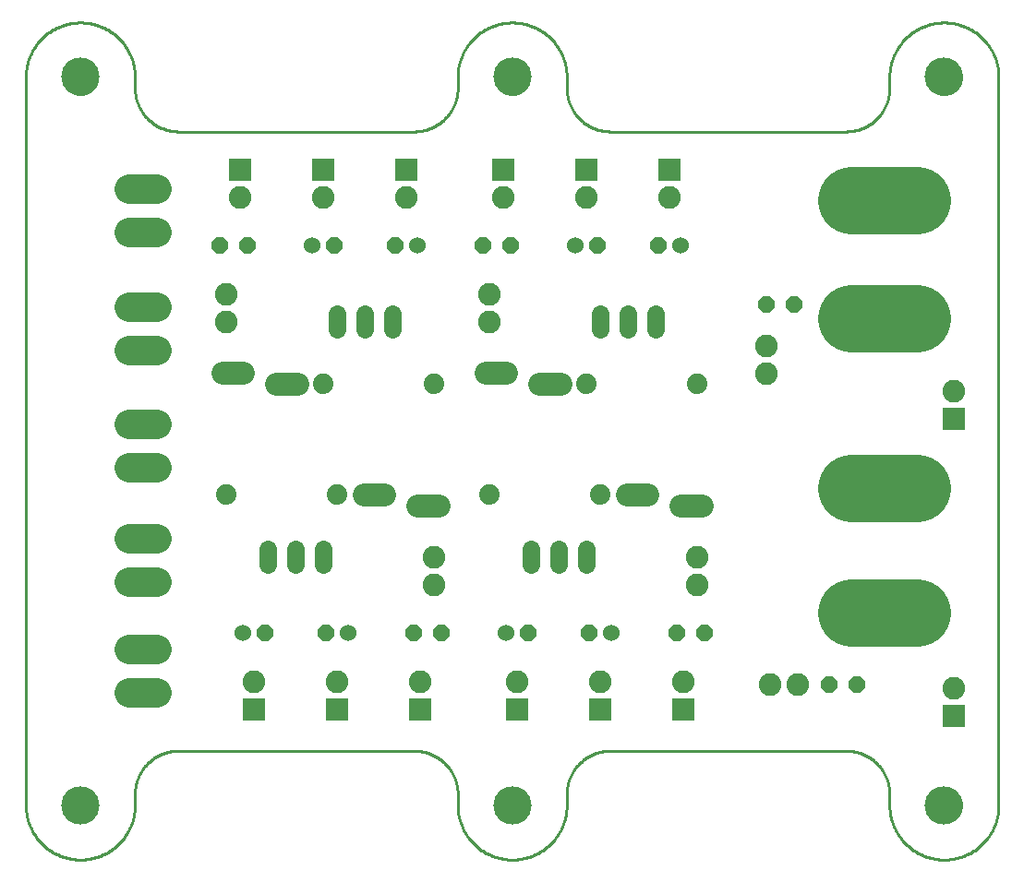
<source format=gts>
G75*
%MOIN*%
%OFA0B0*%
%FSLAX25Y25*%
%IPPOS*%
%LPD*%
%AMOC8*
5,1,8,0,0,1.08239X$1,22.5*
%
%ADD10C,0.00000*%
%ADD11C,0.13792*%
%ADD12C,0.01000*%
%ADD13R,0.08200X0.08200*%
%ADD14C,0.08200*%
%ADD15C,0.06400*%
%ADD16OC8,0.06000*%
%ADD17C,0.06000*%
%ADD18C,0.07400*%
%ADD19C,0.08400*%
%ADD20C,0.24422*%
%ADD21C,0.10800*%
D10*
X0027057Y0029165D02*
X0027059Y0029326D01*
X0027065Y0029486D01*
X0027075Y0029647D01*
X0027089Y0029807D01*
X0027107Y0029966D01*
X0027128Y0030126D01*
X0027154Y0030284D01*
X0027184Y0030442D01*
X0027217Y0030599D01*
X0027255Y0030756D01*
X0027296Y0030911D01*
X0027341Y0031065D01*
X0027390Y0031218D01*
X0027443Y0031370D01*
X0027499Y0031520D01*
X0027559Y0031669D01*
X0027623Y0031817D01*
X0027690Y0031963D01*
X0027761Y0032107D01*
X0027836Y0032249D01*
X0027914Y0032390D01*
X0027995Y0032528D01*
X0028080Y0032665D01*
X0028169Y0032799D01*
X0028260Y0032931D01*
X0028355Y0033061D01*
X0028453Y0033188D01*
X0028554Y0033313D01*
X0028658Y0033436D01*
X0028765Y0033555D01*
X0028875Y0033672D01*
X0028988Y0033787D01*
X0029104Y0033898D01*
X0029222Y0034007D01*
X0029343Y0034112D01*
X0029467Y0034215D01*
X0029593Y0034315D01*
X0029722Y0034411D01*
X0029853Y0034504D01*
X0029986Y0034594D01*
X0030121Y0034681D01*
X0030259Y0034764D01*
X0030398Y0034843D01*
X0030540Y0034920D01*
X0030683Y0034993D01*
X0030828Y0035062D01*
X0030975Y0035127D01*
X0031123Y0035189D01*
X0031273Y0035248D01*
X0031424Y0035302D01*
X0031576Y0035353D01*
X0031730Y0035400D01*
X0031885Y0035443D01*
X0032040Y0035482D01*
X0032197Y0035518D01*
X0032355Y0035550D01*
X0032513Y0035577D01*
X0032672Y0035601D01*
X0032831Y0035621D01*
X0032991Y0035637D01*
X0033152Y0035649D01*
X0033312Y0035657D01*
X0033473Y0035661D01*
X0033633Y0035661D01*
X0033794Y0035657D01*
X0033954Y0035649D01*
X0034115Y0035637D01*
X0034275Y0035621D01*
X0034434Y0035601D01*
X0034593Y0035577D01*
X0034751Y0035550D01*
X0034909Y0035518D01*
X0035066Y0035482D01*
X0035221Y0035443D01*
X0035376Y0035400D01*
X0035530Y0035353D01*
X0035682Y0035302D01*
X0035833Y0035248D01*
X0035983Y0035189D01*
X0036131Y0035127D01*
X0036278Y0035062D01*
X0036423Y0034993D01*
X0036566Y0034920D01*
X0036708Y0034843D01*
X0036847Y0034764D01*
X0036985Y0034681D01*
X0037120Y0034594D01*
X0037253Y0034504D01*
X0037384Y0034411D01*
X0037513Y0034315D01*
X0037639Y0034215D01*
X0037763Y0034112D01*
X0037884Y0034007D01*
X0038002Y0033898D01*
X0038118Y0033787D01*
X0038231Y0033672D01*
X0038341Y0033555D01*
X0038448Y0033436D01*
X0038552Y0033313D01*
X0038653Y0033188D01*
X0038751Y0033061D01*
X0038846Y0032931D01*
X0038937Y0032799D01*
X0039026Y0032665D01*
X0039111Y0032528D01*
X0039192Y0032390D01*
X0039270Y0032249D01*
X0039345Y0032107D01*
X0039416Y0031963D01*
X0039483Y0031817D01*
X0039547Y0031669D01*
X0039607Y0031520D01*
X0039663Y0031370D01*
X0039716Y0031218D01*
X0039765Y0031065D01*
X0039810Y0030911D01*
X0039851Y0030756D01*
X0039889Y0030599D01*
X0039922Y0030442D01*
X0039952Y0030284D01*
X0039978Y0030126D01*
X0039999Y0029966D01*
X0040017Y0029807D01*
X0040031Y0029647D01*
X0040041Y0029486D01*
X0040047Y0029326D01*
X0040049Y0029165D01*
X0040047Y0029004D01*
X0040041Y0028844D01*
X0040031Y0028683D01*
X0040017Y0028523D01*
X0039999Y0028364D01*
X0039978Y0028204D01*
X0039952Y0028046D01*
X0039922Y0027888D01*
X0039889Y0027731D01*
X0039851Y0027574D01*
X0039810Y0027419D01*
X0039765Y0027265D01*
X0039716Y0027112D01*
X0039663Y0026960D01*
X0039607Y0026810D01*
X0039547Y0026661D01*
X0039483Y0026513D01*
X0039416Y0026367D01*
X0039345Y0026223D01*
X0039270Y0026081D01*
X0039192Y0025940D01*
X0039111Y0025802D01*
X0039026Y0025665D01*
X0038937Y0025531D01*
X0038846Y0025399D01*
X0038751Y0025269D01*
X0038653Y0025142D01*
X0038552Y0025017D01*
X0038448Y0024894D01*
X0038341Y0024775D01*
X0038231Y0024658D01*
X0038118Y0024543D01*
X0038002Y0024432D01*
X0037884Y0024323D01*
X0037763Y0024218D01*
X0037639Y0024115D01*
X0037513Y0024015D01*
X0037384Y0023919D01*
X0037253Y0023826D01*
X0037120Y0023736D01*
X0036985Y0023649D01*
X0036847Y0023566D01*
X0036708Y0023487D01*
X0036566Y0023410D01*
X0036423Y0023337D01*
X0036278Y0023268D01*
X0036131Y0023203D01*
X0035983Y0023141D01*
X0035833Y0023082D01*
X0035682Y0023028D01*
X0035530Y0022977D01*
X0035376Y0022930D01*
X0035221Y0022887D01*
X0035066Y0022848D01*
X0034909Y0022812D01*
X0034751Y0022780D01*
X0034593Y0022753D01*
X0034434Y0022729D01*
X0034275Y0022709D01*
X0034115Y0022693D01*
X0033954Y0022681D01*
X0033794Y0022673D01*
X0033633Y0022669D01*
X0033473Y0022669D01*
X0033312Y0022673D01*
X0033152Y0022681D01*
X0032991Y0022693D01*
X0032831Y0022709D01*
X0032672Y0022729D01*
X0032513Y0022753D01*
X0032355Y0022780D01*
X0032197Y0022812D01*
X0032040Y0022848D01*
X0031885Y0022887D01*
X0031730Y0022930D01*
X0031576Y0022977D01*
X0031424Y0023028D01*
X0031273Y0023082D01*
X0031123Y0023141D01*
X0030975Y0023203D01*
X0030828Y0023268D01*
X0030683Y0023337D01*
X0030540Y0023410D01*
X0030398Y0023487D01*
X0030259Y0023566D01*
X0030121Y0023649D01*
X0029986Y0023736D01*
X0029853Y0023826D01*
X0029722Y0023919D01*
X0029593Y0024015D01*
X0029467Y0024115D01*
X0029343Y0024218D01*
X0029222Y0024323D01*
X0029104Y0024432D01*
X0028988Y0024543D01*
X0028875Y0024658D01*
X0028765Y0024775D01*
X0028658Y0024894D01*
X0028554Y0025017D01*
X0028453Y0025142D01*
X0028355Y0025269D01*
X0028260Y0025399D01*
X0028169Y0025531D01*
X0028080Y0025665D01*
X0027995Y0025802D01*
X0027914Y0025940D01*
X0027836Y0026081D01*
X0027761Y0026223D01*
X0027690Y0026367D01*
X0027623Y0026513D01*
X0027559Y0026661D01*
X0027499Y0026810D01*
X0027443Y0026960D01*
X0027390Y0027112D01*
X0027341Y0027265D01*
X0027296Y0027419D01*
X0027255Y0027574D01*
X0027217Y0027731D01*
X0027184Y0027888D01*
X0027154Y0028046D01*
X0027128Y0028204D01*
X0027107Y0028364D01*
X0027089Y0028523D01*
X0027075Y0028683D01*
X0027065Y0028844D01*
X0027059Y0029004D01*
X0027057Y0029165D01*
X0182959Y0029165D02*
X0182961Y0029326D01*
X0182967Y0029486D01*
X0182977Y0029647D01*
X0182991Y0029807D01*
X0183009Y0029966D01*
X0183030Y0030126D01*
X0183056Y0030284D01*
X0183086Y0030442D01*
X0183119Y0030599D01*
X0183157Y0030756D01*
X0183198Y0030911D01*
X0183243Y0031065D01*
X0183292Y0031218D01*
X0183345Y0031370D01*
X0183401Y0031520D01*
X0183461Y0031669D01*
X0183525Y0031817D01*
X0183592Y0031963D01*
X0183663Y0032107D01*
X0183738Y0032249D01*
X0183816Y0032390D01*
X0183897Y0032528D01*
X0183982Y0032665D01*
X0184071Y0032799D01*
X0184162Y0032931D01*
X0184257Y0033061D01*
X0184355Y0033188D01*
X0184456Y0033313D01*
X0184560Y0033436D01*
X0184667Y0033555D01*
X0184777Y0033672D01*
X0184890Y0033787D01*
X0185006Y0033898D01*
X0185124Y0034007D01*
X0185245Y0034112D01*
X0185369Y0034215D01*
X0185495Y0034315D01*
X0185624Y0034411D01*
X0185755Y0034504D01*
X0185888Y0034594D01*
X0186023Y0034681D01*
X0186161Y0034764D01*
X0186300Y0034843D01*
X0186442Y0034920D01*
X0186585Y0034993D01*
X0186730Y0035062D01*
X0186877Y0035127D01*
X0187025Y0035189D01*
X0187175Y0035248D01*
X0187326Y0035302D01*
X0187478Y0035353D01*
X0187632Y0035400D01*
X0187787Y0035443D01*
X0187942Y0035482D01*
X0188099Y0035518D01*
X0188257Y0035550D01*
X0188415Y0035577D01*
X0188574Y0035601D01*
X0188733Y0035621D01*
X0188893Y0035637D01*
X0189054Y0035649D01*
X0189214Y0035657D01*
X0189375Y0035661D01*
X0189535Y0035661D01*
X0189696Y0035657D01*
X0189856Y0035649D01*
X0190017Y0035637D01*
X0190177Y0035621D01*
X0190336Y0035601D01*
X0190495Y0035577D01*
X0190653Y0035550D01*
X0190811Y0035518D01*
X0190968Y0035482D01*
X0191123Y0035443D01*
X0191278Y0035400D01*
X0191432Y0035353D01*
X0191584Y0035302D01*
X0191735Y0035248D01*
X0191885Y0035189D01*
X0192033Y0035127D01*
X0192180Y0035062D01*
X0192325Y0034993D01*
X0192468Y0034920D01*
X0192610Y0034843D01*
X0192749Y0034764D01*
X0192887Y0034681D01*
X0193022Y0034594D01*
X0193155Y0034504D01*
X0193286Y0034411D01*
X0193415Y0034315D01*
X0193541Y0034215D01*
X0193665Y0034112D01*
X0193786Y0034007D01*
X0193904Y0033898D01*
X0194020Y0033787D01*
X0194133Y0033672D01*
X0194243Y0033555D01*
X0194350Y0033436D01*
X0194454Y0033313D01*
X0194555Y0033188D01*
X0194653Y0033061D01*
X0194748Y0032931D01*
X0194839Y0032799D01*
X0194928Y0032665D01*
X0195013Y0032528D01*
X0195094Y0032390D01*
X0195172Y0032249D01*
X0195247Y0032107D01*
X0195318Y0031963D01*
X0195385Y0031817D01*
X0195449Y0031669D01*
X0195509Y0031520D01*
X0195565Y0031370D01*
X0195618Y0031218D01*
X0195667Y0031065D01*
X0195712Y0030911D01*
X0195753Y0030756D01*
X0195791Y0030599D01*
X0195824Y0030442D01*
X0195854Y0030284D01*
X0195880Y0030126D01*
X0195901Y0029966D01*
X0195919Y0029807D01*
X0195933Y0029647D01*
X0195943Y0029486D01*
X0195949Y0029326D01*
X0195951Y0029165D01*
X0195949Y0029004D01*
X0195943Y0028844D01*
X0195933Y0028683D01*
X0195919Y0028523D01*
X0195901Y0028364D01*
X0195880Y0028204D01*
X0195854Y0028046D01*
X0195824Y0027888D01*
X0195791Y0027731D01*
X0195753Y0027574D01*
X0195712Y0027419D01*
X0195667Y0027265D01*
X0195618Y0027112D01*
X0195565Y0026960D01*
X0195509Y0026810D01*
X0195449Y0026661D01*
X0195385Y0026513D01*
X0195318Y0026367D01*
X0195247Y0026223D01*
X0195172Y0026081D01*
X0195094Y0025940D01*
X0195013Y0025802D01*
X0194928Y0025665D01*
X0194839Y0025531D01*
X0194748Y0025399D01*
X0194653Y0025269D01*
X0194555Y0025142D01*
X0194454Y0025017D01*
X0194350Y0024894D01*
X0194243Y0024775D01*
X0194133Y0024658D01*
X0194020Y0024543D01*
X0193904Y0024432D01*
X0193786Y0024323D01*
X0193665Y0024218D01*
X0193541Y0024115D01*
X0193415Y0024015D01*
X0193286Y0023919D01*
X0193155Y0023826D01*
X0193022Y0023736D01*
X0192887Y0023649D01*
X0192749Y0023566D01*
X0192610Y0023487D01*
X0192468Y0023410D01*
X0192325Y0023337D01*
X0192180Y0023268D01*
X0192033Y0023203D01*
X0191885Y0023141D01*
X0191735Y0023082D01*
X0191584Y0023028D01*
X0191432Y0022977D01*
X0191278Y0022930D01*
X0191123Y0022887D01*
X0190968Y0022848D01*
X0190811Y0022812D01*
X0190653Y0022780D01*
X0190495Y0022753D01*
X0190336Y0022729D01*
X0190177Y0022709D01*
X0190017Y0022693D01*
X0189856Y0022681D01*
X0189696Y0022673D01*
X0189535Y0022669D01*
X0189375Y0022669D01*
X0189214Y0022673D01*
X0189054Y0022681D01*
X0188893Y0022693D01*
X0188733Y0022709D01*
X0188574Y0022729D01*
X0188415Y0022753D01*
X0188257Y0022780D01*
X0188099Y0022812D01*
X0187942Y0022848D01*
X0187787Y0022887D01*
X0187632Y0022930D01*
X0187478Y0022977D01*
X0187326Y0023028D01*
X0187175Y0023082D01*
X0187025Y0023141D01*
X0186877Y0023203D01*
X0186730Y0023268D01*
X0186585Y0023337D01*
X0186442Y0023410D01*
X0186300Y0023487D01*
X0186161Y0023566D01*
X0186023Y0023649D01*
X0185888Y0023736D01*
X0185755Y0023826D01*
X0185624Y0023919D01*
X0185495Y0024015D01*
X0185369Y0024115D01*
X0185245Y0024218D01*
X0185124Y0024323D01*
X0185006Y0024432D01*
X0184890Y0024543D01*
X0184777Y0024658D01*
X0184667Y0024775D01*
X0184560Y0024894D01*
X0184456Y0025017D01*
X0184355Y0025142D01*
X0184257Y0025269D01*
X0184162Y0025399D01*
X0184071Y0025531D01*
X0183982Y0025665D01*
X0183897Y0025802D01*
X0183816Y0025940D01*
X0183738Y0026081D01*
X0183663Y0026223D01*
X0183592Y0026367D01*
X0183525Y0026513D01*
X0183461Y0026661D01*
X0183401Y0026810D01*
X0183345Y0026960D01*
X0183292Y0027112D01*
X0183243Y0027265D01*
X0183198Y0027419D01*
X0183157Y0027574D01*
X0183119Y0027731D01*
X0183086Y0027888D01*
X0183056Y0028046D01*
X0183030Y0028204D01*
X0183009Y0028364D01*
X0182991Y0028523D01*
X0182977Y0028683D01*
X0182967Y0028844D01*
X0182961Y0029004D01*
X0182959Y0029165D01*
X0338860Y0029165D02*
X0338862Y0029326D01*
X0338868Y0029486D01*
X0338878Y0029647D01*
X0338892Y0029807D01*
X0338910Y0029966D01*
X0338931Y0030126D01*
X0338957Y0030284D01*
X0338987Y0030442D01*
X0339020Y0030599D01*
X0339058Y0030756D01*
X0339099Y0030911D01*
X0339144Y0031065D01*
X0339193Y0031218D01*
X0339246Y0031370D01*
X0339302Y0031520D01*
X0339362Y0031669D01*
X0339426Y0031817D01*
X0339493Y0031963D01*
X0339564Y0032107D01*
X0339639Y0032249D01*
X0339717Y0032390D01*
X0339798Y0032528D01*
X0339883Y0032665D01*
X0339972Y0032799D01*
X0340063Y0032931D01*
X0340158Y0033061D01*
X0340256Y0033188D01*
X0340357Y0033313D01*
X0340461Y0033436D01*
X0340568Y0033555D01*
X0340678Y0033672D01*
X0340791Y0033787D01*
X0340907Y0033898D01*
X0341025Y0034007D01*
X0341146Y0034112D01*
X0341270Y0034215D01*
X0341396Y0034315D01*
X0341525Y0034411D01*
X0341656Y0034504D01*
X0341789Y0034594D01*
X0341924Y0034681D01*
X0342062Y0034764D01*
X0342201Y0034843D01*
X0342343Y0034920D01*
X0342486Y0034993D01*
X0342631Y0035062D01*
X0342778Y0035127D01*
X0342926Y0035189D01*
X0343076Y0035248D01*
X0343227Y0035302D01*
X0343379Y0035353D01*
X0343533Y0035400D01*
X0343688Y0035443D01*
X0343843Y0035482D01*
X0344000Y0035518D01*
X0344158Y0035550D01*
X0344316Y0035577D01*
X0344475Y0035601D01*
X0344634Y0035621D01*
X0344794Y0035637D01*
X0344955Y0035649D01*
X0345115Y0035657D01*
X0345276Y0035661D01*
X0345436Y0035661D01*
X0345597Y0035657D01*
X0345757Y0035649D01*
X0345918Y0035637D01*
X0346078Y0035621D01*
X0346237Y0035601D01*
X0346396Y0035577D01*
X0346554Y0035550D01*
X0346712Y0035518D01*
X0346869Y0035482D01*
X0347024Y0035443D01*
X0347179Y0035400D01*
X0347333Y0035353D01*
X0347485Y0035302D01*
X0347636Y0035248D01*
X0347786Y0035189D01*
X0347934Y0035127D01*
X0348081Y0035062D01*
X0348226Y0034993D01*
X0348369Y0034920D01*
X0348511Y0034843D01*
X0348650Y0034764D01*
X0348788Y0034681D01*
X0348923Y0034594D01*
X0349056Y0034504D01*
X0349187Y0034411D01*
X0349316Y0034315D01*
X0349442Y0034215D01*
X0349566Y0034112D01*
X0349687Y0034007D01*
X0349805Y0033898D01*
X0349921Y0033787D01*
X0350034Y0033672D01*
X0350144Y0033555D01*
X0350251Y0033436D01*
X0350355Y0033313D01*
X0350456Y0033188D01*
X0350554Y0033061D01*
X0350649Y0032931D01*
X0350740Y0032799D01*
X0350829Y0032665D01*
X0350914Y0032528D01*
X0350995Y0032390D01*
X0351073Y0032249D01*
X0351148Y0032107D01*
X0351219Y0031963D01*
X0351286Y0031817D01*
X0351350Y0031669D01*
X0351410Y0031520D01*
X0351466Y0031370D01*
X0351519Y0031218D01*
X0351568Y0031065D01*
X0351613Y0030911D01*
X0351654Y0030756D01*
X0351692Y0030599D01*
X0351725Y0030442D01*
X0351755Y0030284D01*
X0351781Y0030126D01*
X0351802Y0029966D01*
X0351820Y0029807D01*
X0351834Y0029647D01*
X0351844Y0029486D01*
X0351850Y0029326D01*
X0351852Y0029165D01*
X0351850Y0029004D01*
X0351844Y0028844D01*
X0351834Y0028683D01*
X0351820Y0028523D01*
X0351802Y0028364D01*
X0351781Y0028204D01*
X0351755Y0028046D01*
X0351725Y0027888D01*
X0351692Y0027731D01*
X0351654Y0027574D01*
X0351613Y0027419D01*
X0351568Y0027265D01*
X0351519Y0027112D01*
X0351466Y0026960D01*
X0351410Y0026810D01*
X0351350Y0026661D01*
X0351286Y0026513D01*
X0351219Y0026367D01*
X0351148Y0026223D01*
X0351073Y0026081D01*
X0350995Y0025940D01*
X0350914Y0025802D01*
X0350829Y0025665D01*
X0350740Y0025531D01*
X0350649Y0025399D01*
X0350554Y0025269D01*
X0350456Y0025142D01*
X0350355Y0025017D01*
X0350251Y0024894D01*
X0350144Y0024775D01*
X0350034Y0024658D01*
X0349921Y0024543D01*
X0349805Y0024432D01*
X0349687Y0024323D01*
X0349566Y0024218D01*
X0349442Y0024115D01*
X0349316Y0024015D01*
X0349187Y0023919D01*
X0349056Y0023826D01*
X0348923Y0023736D01*
X0348788Y0023649D01*
X0348650Y0023566D01*
X0348511Y0023487D01*
X0348369Y0023410D01*
X0348226Y0023337D01*
X0348081Y0023268D01*
X0347934Y0023203D01*
X0347786Y0023141D01*
X0347636Y0023082D01*
X0347485Y0023028D01*
X0347333Y0022977D01*
X0347179Y0022930D01*
X0347024Y0022887D01*
X0346869Y0022848D01*
X0346712Y0022812D01*
X0346554Y0022780D01*
X0346396Y0022753D01*
X0346237Y0022729D01*
X0346078Y0022709D01*
X0345918Y0022693D01*
X0345757Y0022681D01*
X0345597Y0022673D01*
X0345436Y0022669D01*
X0345276Y0022669D01*
X0345115Y0022673D01*
X0344955Y0022681D01*
X0344794Y0022693D01*
X0344634Y0022709D01*
X0344475Y0022729D01*
X0344316Y0022753D01*
X0344158Y0022780D01*
X0344000Y0022812D01*
X0343843Y0022848D01*
X0343688Y0022887D01*
X0343533Y0022930D01*
X0343379Y0022977D01*
X0343227Y0023028D01*
X0343076Y0023082D01*
X0342926Y0023141D01*
X0342778Y0023203D01*
X0342631Y0023268D01*
X0342486Y0023337D01*
X0342343Y0023410D01*
X0342201Y0023487D01*
X0342062Y0023566D01*
X0341924Y0023649D01*
X0341789Y0023736D01*
X0341656Y0023826D01*
X0341525Y0023919D01*
X0341396Y0024015D01*
X0341270Y0024115D01*
X0341146Y0024218D01*
X0341025Y0024323D01*
X0340907Y0024432D01*
X0340791Y0024543D01*
X0340678Y0024658D01*
X0340568Y0024775D01*
X0340461Y0024894D01*
X0340357Y0025017D01*
X0340256Y0025142D01*
X0340158Y0025269D01*
X0340063Y0025399D01*
X0339972Y0025531D01*
X0339883Y0025665D01*
X0339798Y0025802D01*
X0339717Y0025940D01*
X0339639Y0026081D01*
X0339564Y0026223D01*
X0339493Y0026367D01*
X0339426Y0026513D01*
X0339362Y0026661D01*
X0339302Y0026810D01*
X0339246Y0026960D01*
X0339193Y0027112D01*
X0339144Y0027265D01*
X0339099Y0027419D01*
X0339058Y0027574D01*
X0339020Y0027731D01*
X0338987Y0027888D01*
X0338957Y0028046D01*
X0338931Y0028204D01*
X0338910Y0028364D01*
X0338892Y0028523D01*
X0338878Y0028683D01*
X0338868Y0028844D01*
X0338862Y0029004D01*
X0338860Y0029165D01*
X0338860Y0292236D02*
X0338862Y0292397D01*
X0338868Y0292557D01*
X0338878Y0292718D01*
X0338892Y0292878D01*
X0338910Y0293037D01*
X0338931Y0293197D01*
X0338957Y0293355D01*
X0338987Y0293513D01*
X0339020Y0293670D01*
X0339058Y0293827D01*
X0339099Y0293982D01*
X0339144Y0294136D01*
X0339193Y0294289D01*
X0339246Y0294441D01*
X0339302Y0294591D01*
X0339362Y0294740D01*
X0339426Y0294888D01*
X0339493Y0295034D01*
X0339564Y0295178D01*
X0339639Y0295320D01*
X0339717Y0295461D01*
X0339798Y0295599D01*
X0339883Y0295736D01*
X0339972Y0295870D01*
X0340063Y0296002D01*
X0340158Y0296132D01*
X0340256Y0296259D01*
X0340357Y0296384D01*
X0340461Y0296507D01*
X0340568Y0296626D01*
X0340678Y0296743D01*
X0340791Y0296858D01*
X0340907Y0296969D01*
X0341025Y0297078D01*
X0341146Y0297183D01*
X0341270Y0297286D01*
X0341396Y0297386D01*
X0341525Y0297482D01*
X0341656Y0297575D01*
X0341789Y0297665D01*
X0341924Y0297752D01*
X0342062Y0297835D01*
X0342201Y0297914D01*
X0342343Y0297991D01*
X0342486Y0298064D01*
X0342631Y0298133D01*
X0342778Y0298198D01*
X0342926Y0298260D01*
X0343076Y0298319D01*
X0343227Y0298373D01*
X0343379Y0298424D01*
X0343533Y0298471D01*
X0343688Y0298514D01*
X0343843Y0298553D01*
X0344000Y0298589D01*
X0344158Y0298621D01*
X0344316Y0298648D01*
X0344475Y0298672D01*
X0344634Y0298692D01*
X0344794Y0298708D01*
X0344955Y0298720D01*
X0345115Y0298728D01*
X0345276Y0298732D01*
X0345436Y0298732D01*
X0345597Y0298728D01*
X0345757Y0298720D01*
X0345918Y0298708D01*
X0346078Y0298692D01*
X0346237Y0298672D01*
X0346396Y0298648D01*
X0346554Y0298621D01*
X0346712Y0298589D01*
X0346869Y0298553D01*
X0347024Y0298514D01*
X0347179Y0298471D01*
X0347333Y0298424D01*
X0347485Y0298373D01*
X0347636Y0298319D01*
X0347786Y0298260D01*
X0347934Y0298198D01*
X0348081Y0298133D01*
X0348226Y0298064D01*
X0348369Y0297991D01*
X0348511Y0297914D01*
X0348650Y0297835D01*
X0348788Y0297752D01*
X0348923Y0297665D01*
X0349056Y0297575D01*
X0349187Y0297482D01*
X0349316Y0297386D01*
X0349442Y0297286D01*
X0349566Y0297183D01*
X0349687Y0297078D01*
X0349805Y0296969D01*
X0349921Y0296858D01*
X0350034Y0296743D01*
X0350144Y0296626D01*
X0350251Y0296507D01*
X0350355Y0296384D01*
X0350456Y0296259D01*
X0350554Y0296132D01*
X0350649Y0296002D01*
X0350740Y0295870D01*
X0350829Y0295736D01*
X0350914Y0295599D01*
X0350995Y0295461D01*
X0351073Y0295320D01*
X0351148Y0295178D01*
X0351219Y0295034D01*
X0351286Y0294888D01*
X0351350Y0294740D01*
X0351410Y0294591D01*
X0351466Y0294441D01*
X0351519Y0294289D01*
X0351568Y0294136D01*
X0351613Y0293982D01*
X0351654Y0293827D01*
X0351692Y0293670D01*
X0351725Y0293513D01*
X0351755Y0293355D01*
X0351781Y0293197D01*
X0351802Y0293037D01*
X0351820Y0292878D01*
X0351834Y0292718D01*
X0351844Y0292557D01*
X0351850Y0292397D01*
X0351852Y0292236D01*
X0351850Y0292075D01*
X0351844Y0291915D01*
X0351834Y0291754D01*
X0351820Y0291594D01*
X0351802Y0291435D01*
X0351781Y0291275D01*
X0351755Y0291117D01*
X0351725Y0290959D01*
X0351692Y0290802D01*
X0351654Y0290645D01*
X0351613Y0290490D01*
X0351568Y0290336D01*
X0351519Y0290183D01*
X0351466Y0290031D01*
X0351410Y0289881D01*
X0351350Y0289732D01*
X0351286Y0289584D01*
X0351219Y0289438D01*
X0351148Y0289294D01*
X0351073Y0289152D01*
X0350995Y0289011D01*
X0350914Y0288873D01*
X0350829Y0288736D01*
X0350740Y0288602D01*
X0350649Y0288470D01*
X0350554Y0288340D01*
X0350456Y0288213D01*
X0350355Y0288088D01*
X0350251Y0287965D01*
X0350144Y0287846D01*
X0350034Y0287729D01*
X0349921Y0287614D01*
X0349805Y0287503D01*
X0349687Y0287394D01*
X0349566Y0287289D01*
X0349442Y0287186D01*
X0349316Y0287086D01*
X0349187Y0286990D01*
X0349056Y0286897D01*
X0348923Y0286807D01*
X0348788Y0286720D01*
X0348650Y0286637D01*
X0348511Y0286558D01*
X0348369Y0286481D01*
X0348226Y0286408D01*
X0348081Y0286339D01*
X0347934Y0286274D01*
X0347786Y0286212D01*
X0347636Y0286153D01*
X0347485Y0286099D01*
X0347333Y0286048D01*
X0347179Y0286001D01*
X0347024Y0285958D01*
X0346869Y0285919D01*
X0346712Y0285883D01*
X0346554Y0285851D01*
X0346396Y0285824D01*
X0346237Y0285800D01*
X0346078Y0285780D01*
X0345918Y0285764D01*
X0345757Y0285752D01*
X0345597Y0285744D01*
X0345436Y0285740D01*
X0345276Y0285740D01*
X0345115Y0285744D01*
X0344955Y0285752D01*
X0344794Y0285764D01*
X0344634Y0285780D01*
X0344475Y0285800D01*
X0344316Y0285824D01*
X0344158Y0285851D01*
X0344000Y0285883D01*
X0343843Y0285919D01*
X0343688Y0285958D01*
X0343533Y0286001D01*
X0343379Y0286048D01*
X0343227Y0286099D01*
X0343076Y0286153D01*
X0342926Y0286212D01*
X0342778Y0286274D01*
X0342631Y0286339D01*
X0342486Y0286408D01*
X0342343Y0286481D01*
X0342201Y0286558D01*
X0342062Y0286637D01*
X0341924Y0286720D01*
X0341789Y0286807D01*
X0341656Y0286897D01*
X0341525Y0286990D01*
X0341396Y0287086D01*
X0341270Y0287186D01*
X0341146Y0287289D01*
X0341025Y0287394D01*
X0340907Y0287503D01*
X0340791Y0287614D01*
X0340678Y0287729D01*
X0340568Y0287846D01*
X0340461Y0287965D01*
X0340357Y0288088D01*
X0340256Y0288213D01*
X0340158Y0288340D01*
X0340063Y0288470D01*
X0339972Y0288602D01*
X0339883Y0288736D01*
X0339798Y0288873D01*
X0339717Y0289011D01*
X0339639Y0289152D01*
X0339564Y0289294D01*
X0339493Y0289438D01*
X0339426Y0289584D01*
X0339362Y0289732D01*
X0339302Y0289881D01*
X0339246Y0290031D01*
X0339193Y0290183D01*
X0339144Y0290336D01*
X0339099Y0290490D01*
X0339058Y0290645D01*
X0339020Y0290802D01*
X0338987Y0290959D01*
X0338957Y0291117D01*
X0338931Y0291275D01*
X0338910Y0291435D01*
X0338892Y0291594D01*
X0338878Y0291754D01*
X0338868Y0291915D01*
X0338862Y0292075D01*
X0338860Y0292236D01*
X0182959Y0292236D02*
X0182961Y0292397D01*
X0182967Y0292557D01*
X0182977Y0292718D01*
X0182991Y0292878D01*
X0183009Y0293037D01*
X0183030Y0293197D01*
X0183056Y0293355D01*
X0183086Y0293513D01*
X0183119Y0293670D01*
X0183157Y0293827D01*
X0183198Y0293982D01*
X0183243Y0294136D01*
X0183292Y0294289D01*
X0183345Y0294441D01*
X0183401Y0294591D01*
X0183461Y0294740D01*
X0183525Y0294888D01*
X0183592Y0295034D01*
X0183663Y0295178D01*
X0183738Y0295320D01*
X0183816Y0295461D01*
X0183897Y0295599D01*
X0183982Y0295736D01*
X0184071Y0295870D01*
X0184162Y0296002D01*
X0184257Y0296132D01*
X0184355Y0296259D01*
X0184456Y0296384D01*
X0184560Y0296507D01*
X0184667Y0296626D01*
X0184777Y0296743D01*
X0184890Y0296858D01*
X0185006Y0296969D01*
X0185124Y0297078D01*
X0185245Y0297183D01*
X0185369Y0297286D01*
X0185495Y0297386D01*
X0185624Y0297482D01*
X0185755Y0297575D01*
X0185888Y0297665D01*
X0186023Y0297752D01*
X0186161Y0297835D01*
X0186300Y0297914D01*
X0186442Y0297991D01*
X0186585Y0298064D01*
X0186730Y0298133D01*
X0186877Y0298198D01*
X0187025Y0298260D01*
X0187175Y0298319D01*
X0187326Y0298373D01*
X0187478Y0298424D01*
X0187632Y0298471D01*
X0187787Y0298514D01*
X0187942Y0298553D01*
X0188099Y0298589D01*
X0188257Y0298621D01*
X0188415Y0298648D01*
X0188574Y0298672D01*
X0188733Y0298692D01*
X0188893Y0298708D01*
X0189054Y0298720D01*
X0189214Y0298728D01*
X0189375Y0298732D01*
X0189535Y0298732D01*
X0189696Y0298728D01*
X0189856Y0298720D01*
X0190017Y0298708D01*
X0190177Y0298692D01*
X0190336Y0298672D01*
X0190495Y0298648D01*
X0190653Y0298621D01*
X0190811Y0298589D01*
X0190968Y0298553D01*
X0191123Y0298514D01*
X0191278Y0298471D01*
X0191432Y0298424D01*
X0191584Y0298373D01*
X0191735Y0298319D01*
X0191885Y0298260D01*
X0192033Y0298198D01*
X0192180Y0298133D01*
X0192325Y0298064D01*
X0192468Y0297991D01*
X0192610Y0297914D01*
X0192749Y0297835D01*
X0192887Y0297752D01*
X0193022Y0297665D01*
X0193155Y0297575D01*
X0193286Y0297482D01*
X0193415Y0297386D01*
X0193541Y0297286D01*
X0193665Y0297183D01*
X0193786Y0297078D01*
X0193904Y0296969D01*
X0194020Y0296858D01*
X0194133Y0296743D01*
X0194243Y0296626D01*
X0194350Y0296507D01*
X0194454Y0296384D01*
X0194555Y0296259D01*
X0194653Y0296132D01*
X0194748Y0296002D01*
X0194839Y0295870D01*
X0194928Y0295736D01*
X0195013Y0295599D01*
X0195094Y0295461D01*
X0195172Y0295320D01*
X0195247Y0295178D01*
X0195318Y0295034D01*
X0195385Y0294888D01*
X0195449Y0294740D01*
X0195509Y0294591D01*
X0195565Y0294441D01*
X0195618Y0294289D01*
X0195667Y0294136D01*
X0195712Y0293982D01*
X0195753Y0293827D01*
X0195791Y0293670D01*
X0195824Y0293513D01*
X0195854Y0293355D01*
X0195880Y0293197D01*
X0195901Y0293037D01*
X0195919Y0292878D01*
X0195933Y0292718D01*
X0195943Y0292557D01*
X0195949Y0292397D01*
X0195951Y0292236D01*
X0195949Y0292075D01*
X0195943Y0291915D01*
X0195933Y0291754D01*
X0195919Y0291594D01*
X0195901Y0291435D01*
X0195880Y0291275D01*
X0195854Y0291117D01*
X0195824Y0290959D01*
X0195791Y0290802D01*
X0195753Y0290645D01*
X0195712Y0290490D01*
X0195667Y0290336D01*
X0195618Y0290183D01*
X0195565Y0290031D01*
X0195509Y0289881D01*
X0195449Y0289732D01*
X0195385Y0289584D01*
X0195318Y0289438D01*
X0195247Y0289294D01*
X0195172Y0289152D01*
X0195094Y0289011D01*
X0195013Y0288873D01*
X0194928Y0288736D01*
X0194839Y0288602D01*
X0194748Y0288470D01*
X0194653Y0288340D01*
X0194555Y0288213D01*
X0194454Y0288088D01*
X0194350Y0287965D01*
X0194243Y0287846D01*
X0194133Y0287729D01*
X0194020Y0287614D01*
X0193904Y0287503D01*
X0193786Y0287394D01*
X0193665Y0287289D01*
X0193541Y0287186D01*
X0193415Y0287086D01*
X0193286Y0286990D01*
X0193155Y0286897D01*
X0193022Y0286807D01*
X0192887Y0286720D01*
X0192749Y0286637D01*
X0192610Y0286558D01*
X0192468Y0286481D01*
X0192325Y0286408D01*
X0192180Y0286339D01*
X0192033Y0286274D01*
X0191885Y0286212D01*
X0191735Y0286153D01*
X0191584Y0286099D01*
X0191432Y0286048D01*
X0191278Y0286001D01*
X0191123Y0285958D01*
X0190968Y0285919D01*
X0190811Y0285883D01*
X0190653Y0285851D01*
X0190495Y0285824D01*
X0190336Y0285800D01*
X0190177Y0285780D01*
X0190017Y0285764D01*
X0189856Y0285752D01*
X0189696Y0285744D01*
X0189535Y0285740D01*
X0189375Y0285740D01*
X0189214Y0285744D01*
X0189054Y0285752D01*
X0188893Y0285764D01*
X0188733Y0285780D01*
X0188574Y0285800D01*
X0188415Y0285824D01*
X0188257Y0285851D01*
X0188099Y0285883D01*
X0187942Y0285919D01*
X0187787Y0285958D01*
X0187632Y0286001D01*
X0187478Y0286048D01*
X0187326Y0286099D01*
X0187175Y0286153D01*
X0187025Y0286212D01*
X0186877Y0286274D01*
X0186730Y0286339D01*
X0186585Y0286408D01*
X0186442Y0286481D01*
X0186300Y0286558D01*
X0186161Y0286637D01*
X0186023Y0286720D01*
X0185888Y0286807D01*
X0185755Y0286897D01*
X0185624Y0286990D01*
X0185495Y0287086D01*
X0185369Y0287186D01*
X0185245Y0287289D01*
X0185124Y0287394D01*
X0185006Y0287503D01*
X0184890Y0287614D01*
X0184777Y0287729D01*
X0184667Y0287846D01*
X0184560Y0287965D01*
X0184456Y0288088D01*
X0184355Y0288213D01*
X0184257Y0288340D01*
X0184162Y0288470D01*
X0184071Y0288602D01*
X0183982Y0288736D01*
X0183897Y0288873D01*
X0183816Y0289011D01*
X0183738Y0289152D01*
X0183663Y0289294D01*
X0183592Y0289438D01*
X0183525Y0289584D01*
X0183461Y0289732D01*
X0183401Y0289881D01*
X0183345Y0290031D01*
X0183292Y0290183D01*
X0183243Y0290336D01*
X0183198Y0290490D01*
X0183157Y0290645D01*
X0183119Y0290802D01*
X0183086Y0290959D01*
X0183056Y0291117D01*
X0183030Y0291275D01*
X0183009Y0291435D01*
X0182991Y0291594D01*
X0182977Y0291754D01*
X0182967Y0291915D01*
X0182961Y0292075D01*
X0182959Y0292236D01*
X0027057Y0292236D02*
X0027059Y0292397D01*
X0027065Y0292557D01*
X0027075Y0292718D01*
X0027089Y0292878D01*
X0027107Y0293037D01*
X0027128Y0293197D01*
X0027154Y0293355D01*
X0027184Y0293513D01*
X0027217Y0293670D01*
X0027255Y0293827D01*
X0027296Y0293982D01*
X0027341Y0294136D01*
X0027390Y0294289D01*
X0027443Y0294441D01*
X0027499Y0294591D01*
X0027559Y0294740D01*
X0027623Y0294888D01*
X0027690Y0295034D01*
X0027761Y0295178D01*
X0027836Y0295320D01*
X0027914Y0295461D01*
X0027995Y0295599D01*
X0028080Y0295736D01*
X0028169Y0295870D01*
X0028260Y0296002D01*
X0028355Y0296132D01*
X0028453Y0296259D01*
X0028554Y0296384D01*
X0028658Y0296507D01*
X0028765Y0296626D01*
X0028875Y0296743D01*
X0028988Y0296858D01*
X0029104Y0296969D01*
X0029222Y0297078D01*
X0029343Y0297183D01*
X0029467Y0297286D01*
X0029593Y0297386D01*
X0029722Y0297482D01*
X0029853Y0297575D01*
X0029986Y0297665D01*
X0030121Y0297752D01*
X0030259Y0297835D01*
X0030398Y0297914D01*
X0030540Y0297991D01*
X0030683Y0298064D01*
X0030828Y0298133D01*
X0030975Y0298198D01*
X0031123Y0298260D01*
X0031273Y0298319D01*
X0031424Y0298373D01*
X0031576Y0298424D01*
X0031730Y0298471D01*
X0031885Y0298514D01*
X0032040Y0298553D01*
X0032197Y0298589D01*
X0032355Y0298621D01*
X0032513Y0298648D01*
X0032672Y0298672D01*
X0032831Y0298692D01*
X0032991Y0298708D01*
X0033152Y0298720D01*
X0033312Y0298728D01*
X0033473Y0298732D01*
X0033633Y0298732D01*
X0033794Y0298728D01*
X0033954Y0298720D01*
X0034115Y0298708D01*
X0034275Y0298692D01*
X0034434Y0298672D01*
X0034593Y0298648D01*
X0034751Y0298621D01*
X0034909Y0298589D01*
X0035066Y0298553D01*
X0035221Y0298514D01*
X0035376Y0298471D01*
X0035530Y0298424D01*
X0035682Y0298373D01*
X0035833Y0298319D01*
X0035983Y0298260D01*
X0036131Y0298198D01*
X0036278Y0298133D01*
X0036423Y0298064D01*
X0036566Y0297991D01*
X0036708Y0297914D01*
X0036847Y0297835D01*
X0036985Y0297752D01*
X0037120Y0297665D01*
X0037253Y0297575D01*
X0037384Y0297482D01*
X0037513Y0297386D01*
X0037639Y0297286D01*
X0037763Y0297183D01*
X0037884Y0297078D01*
X0038002Y0296969D01*
X0038118Y0296858D01*
X0038231Y0296743D01*
X0038341Y0296626D01*
X0038448Y0296507D01*
X0038552Y0296384D01*
X0038653Y0296259D01*
X0038751Y0296132D01*
X0038846Y0296002D01*
X0038937Y0295870D01*
X0039026Y0295736D01*
X0039111Y0295599D01*
X0039192Y0295461D01*
X0039270Y0295320D01*
X0039345Y0295178D01*
X0039416Y0295034D01*
X0039483Y0294888D01*
X0039547Y0294740D01*
X0039607Y0294591D01*
X0039663Y0294441D01*
X0039716Y0294289D01*
X0039765Y0294136D01*
X0039810Y0293982D01*
X0039851Y0293827D01*
X0039889Y0293670D01*
X0039922Y0293513D01*
X0039952Y0293355D01*
X0039978Y0293197D01*
X0039999Y0293037D01*
X0040017Y0292878D01*
X0040031Y0292718D01*
X0040041Y0292557D01*
X0040047Y0292397D01*
X0040049Y0292236D01*
X0040047Y0292075D01*
X0040041Y0291915D01*
X0040031Y0291754D01*
X0040017Y0291594D01*
X0039999Y0291435D01*
X0039978Y0291275D01*
X0039952Y0291117D01*
X0039922Y0290959D01*
X0039889Y0290802D01*
X0039851Y0290645D01*
X0039810Y0290490D01*
X0039765Y0290336D01*
X0039716Y0290183D01*
X0039663Y0290031D01*
X0039607Y0289881D01*
X0039547Y0289732D01*
X0039483Y0289584D01*
X0039416Y0289438D01*
X0039345Y0289294D01*
X0039270Y0289152D01*
X0039192Y0289011D01*
X0039111Y0288873D01*
X0039026Y0288736D01*
X0038937Y0288602D01*
X0038846Y0288470D01*
X0038751Y0288340D01*
X0038653Y0288213D01*
X0038552Y0288088D01*
X0038448Y0287965D01*
X0038341Y0287846D01*
X0038231Y0287729D01*
X0038118Y0287614D01*
X0038002Y0287503D01*
X0037884Y0287394D01*
X0037763Y0287289D01*
X0037639Y0287186D01*
X0037513Y0287086D01*
X0037384Y0286990D01*
X0037253Y0286897D01*
X0037120Y0286807D01*
X0036985Y0286720D01*
X0036847Y0286637D01*
X0036708Y0286558D01*
X0036566Y0286481D01*
X0036423Y0286408D01*
X0036278Y0286339D01*
X0036131Y0286274D01*
X0035983Y0286212D01*
X0035833Y0286153D01*
X0035682Y0286099D01*
X0035530Y0286048D01*
X0035376Y0286001D01*
X0035221Y0285958D01*
X0035066Y0285919D01*
X0034909Y0285883D01*
X0034751Y0285851D01*
X0034593Y0285824D01*
X0034434Y0285800D01*
X0034275Y0285780D01*
X0034115Y0285764D01*
X0033954Y0285752D01*
X0033794Y0285744D01*
X0033633Y0285740D01*
X0033473Y0285740D01*
X0033312Y0285744D01*
X0033152Y0285752D01*
X0032991Y0285764D01*
X0032831Y0285780D01*
X0032672Y0285800D01*
X0032513Y0285824D01*
X0032355Y0285851D01*
X0032197Y0285883D01*
X0032040Y0285919D01*
X0031885Y0285958D01*
X0031730Y0286001D01*
X0031576Y0286048D01*
X0031424Y0286099D01*
X0031273Y0286153D01*
X0031123Y0286212D01*
X0030975Y0286274D01*
X0030828Y0286339D01*
X0030683Y0286408D01*
X0030540Y0286481D01*
X0030398Y0286558D01*
X0030259Y0286637D01*
X0030121Y0286720D01*
X0029986Y0286807D01*
X0029853Y0286897D01*
X0029722Y0286990D01*
X0029593Y0287086D01*
X0029467Y0287186D01*
X0029343Y0287289D01*
X0029222Y0287394D01*
X0029104Y0287503D01*
X0028988Y0287614D01*
X0028875Y0287729D01*
X0028765Y0287846D01*
X0028658Y0287965D01*
X0028554Y0288088D01*
X0028453Y0288213D01*
X0028355Y0288340D01*
X0028260Y0288470D01*
X0028169Y0288602D01*
X0028080Y0288736D01*
X0027995Y0288873D01*
X0027914Y0289011D01*
X0027836Y0289152D01*
X0027761Y0289294D01*
X0027690Y0289438D01*
X0027623Y0289584D01*
X0027559Y0289732D01*
X0027499Y0289881D01*
X0027443Y0290031D01*
X0027390Y0290183D01*
X0027341Y0290336D01*
X0027296Y0290490D01*
X0027255Y0290645D01*
X0027217Y0290802D01*
X0027184Y0290959D01*
X0027154Y0291117D01*
X0027128Y0291275D01*
X0027107Y0291435D01*
X0027089Y0291594D01*
X0027075Y0291754D01*
X0027065Y0291915D01*
X0027059Y0292075D01*
X0027057Y0292236D01*
D11*
X0033553Y0292236D03*
X0189455Y0292236D03*
X0345356Y0292236D03*
X0345356Y0029165D03*
X0189455Y0029165D03*
X0033553Y0029165D03*
D12*
X0013868Y0029165D02*
X0013868Y0292236D01*
X0013874Y0292715D01*
X0013891Y0293194D01*
X0013921Y0293673D01*
X0013961Y0294151D01*
X0014014Y0294627D01*
X0014078Y0295102D01*
X0014153Y0295576D01*
X0014240Y0296047D01*
X0014339Y0296516D01*
X0014449Y0296983D01*
X0014570Y0297447D01*
X0014703Y0297907D01*
X0014846Y0298365D01*
X0015001Y0298818D01*
X0015167Y0299268D01*
X0015344Y0299714D01*
X0015531Y0300155D01*
X0015729Y0300591D01*
X0015938Y0301023D01*
X0016157Y0301449D01*
X0016387Y0301870D01*
X0016626Y0302285D01*
X0016876Y0302695D01*
X0017136Y0303098D01*
X0017405Y0303494D01*
X0017684Y0303884D01*
X0017972Y0304267D01*
X0018270Y0304643D01*
X0018577Y0305011D01*
X0018892Y0305372D01*
X0019216Y0305725D01*
X0019549Y0306070D01*
X0019890Y0306407D01*
X0020239Y0306736D01*
X0020596Y0307056D01*
X0020961Y0307367D01*
X0021333Y0307669D01*
X0021713Y0307962D01*
X0022099Y0308246D01*
X0022492Y0308520D01*
X0022892Y0308784D01*
X0023298Y0309039D01*
X0023711Y0309284D01*
X0024129Y0309518D01*
X0024552Y0309743D01*
X0024981Y0309957D01*
X0025415Y0310160D01*
X0025854Y0310353D01*
X0026298Y0310535D01*
X0026745Y0310706D01*
X0027197Y0310867D01*
X0027653Y0311016D01*
X0028112Y0311154D01*
X0028574Y0311281D01*
X0029039Y0311397D01*
X0029507Y0311501D01*
X0029977Y0311594D01*
X0030450Y0311675D01*
X0030924Y0311745D01*
X0031400Y0311803D01*
X0031877Y0311850D01*
X0032355Y0311885D01*
X0032834Y0311908D01*
X0033313Y0311920D01*
X0033793Y0311920D01*
X0034272Y0311908D01*
X0034751Y0311885D01*
X0035229Y0311850D01*
X0035706Y0311803D01*
X0036182Y0311745D01*
X0036656Y0311675D01*
X0037129Y0311594D01*
X0037599Y0311501D01*
X0038067Y0311397D01*
X0038532Y0311281D01*
X0038994Y0311154D01*
X0039453Y0311016D01*
X0039909Y0310867D01*
X0040361Y0310706D01*
X0040808Y0310535D01*
X0041252Y0310353D01*
X0041691Y0310160D01*
X0042125Y0309957D01*
X0042554Y0309743D01*
X0042977Y0309518D01*
X0043396Y0309284D01*
X0043808Y0309039D01*
X0044214Y0308784D01*
X0044614Y0308520D01*
X0045007Y0308246D01*
X0045393Y0307962D01*
X0045773Y0307669D01*
X0046145Y0307367D01*
X0046510Y0307056D01*
X0046867Y0306736D01*
X0047216Y0306407D01*
X0047557Y0306070D01*
X0047890Y0305725D01*
X0048214Y0305372D01*
X0048529Y0305011D01*
X0048836Y0304643D01*
X0049134Y0304267D01*
X0049422Y0303884D01*
X0049701Y0303494D01*
X0049970Y0303098D01*
X0050230Y0302695D01*
X0050480Y0302285D01*
X0050719Y0301870D01*
X0050949Y0301449D01*
X0051168Y0301023D01*
X0051377Y0300591D01*
X0051575Y0300155D01*
X0051762Y0299714D01*
X0051939Y0299268D01*
X0052105Y0298818D01*
X0052260Y0298365D01*
X0052403Y0297907D01*
X0052536Y0297447D01*
X0052657Y0296983D01*
X0052767Y0296516D01*
X0052866Y0296047D01*
X0052953Y0295576D01*
X0053028Y0295102D01*
X0053092Y0294627D01*
X0053145Y0294151D01*
X0053185Y0293673D01*
X0053215Y0293194D01*
X0053232Y0292715D01*
X0053238Y0292236D01*
X0053238Y0288299D01*
X0053243Y0287918D01*
X0053256Y0287538D01*
X0053279Y0287158D01*
X0053312Y0286779D01*
X0053353Y0286401D01*
X0053403Y0286024D01*
X0053463Y0285648D01*
X0053531Y0285273D01*
X0053609Y0284901D01*
X0053696Y0284530D01*
X0053791Y0284162D01*
X0053896Y0283796D01*
X0054009Y0283433D01*
X0054131Y0283072D01*
X0054261Y0282715D01*
X0054401Y0282361D01*
X0054548Y0282010D01*
X0054705Y0281663D01*
X0054869Y0281320D01*
X0055042Y0280981D01*
X0055223Y0280646D01*
X0055412Y0280315D01*
X0055609Y0279990D01*
X0055813Y0279669D01*
X0056026Y0279353D01*
X0056246Y0279043D01*
X0056473Y0278737D01*
X0056708Y0278438D01*
X0056950Y0278144D01*
X0057198Y0277856D01*
X0057454Y0277574D01*
X0057717Y0277299D01*
X0057986Y0277030D01*
X0058261Y0276767D01*
X0058543Y0276511D01*
X0058831Y0276263D01*
X0059125Y0276021D01*
X0059424Y0275786D01*
X0059730Y0275559D01*
X0060040Y0275339D01*
X0060356Y0275126D01*
X0060677Y0274922D01*
X0061002Y0274725D01*
X0061333Y0274536D01*
X0061668Y0274355D01*
X0062007Y0274182D01*
X0062350Y0274018D01*
X0062697Y0273861D01*
X0063048Y0273714D01*
X0063402Y0273574D01*
X0063759Y0273444D01*
X0064120Y0273322D01*
X0064483Y0273209D01*
X0064849Y0273104D01*
X0065217Y0273009D01*
X0065588Y0272922D01*
X0065960Y0272844D01*
X0066335Y0272776D01*
X0066711Y0272716D01*
X0067088Y0272666D01*
X0067466Y0272625D01*
X0067845Y0272592D01*
X0068225Y0272569D01*
X0068605Y0272556D01*
X0068986Y0272551D01*
X0154022Y0272551D01*
X0154403Y0272556D01*
X0154783Y0272569D01*
X0155163Y0272592D01*
X0155542Y0272625D01*
X0155920Y0272666D01*
X0156297Y0272716D01*
X0156673Y0272776D01*
X0157048Y0272844D01*
X0157420Y0272922D01*
X0157791Y0273009D01*
X0158159Y0273104D01*
X0158525Y0273209D01*
X0158888Y0273322D01*
X0159249Y0273444D01*
X0159606Y0273574D01*
X0159960Y0273714D01*
X0160311Y0273861D01*
X0160658Y0274018D01*
X0161001Y0274182D01*
X0161340Y0274355D01*
X0161675Y0274536D01*
X0162006Y0274725D01*
X0162331Y0274922D01*
X0162652Y0275126D01*
X0162968Y0275339D01*
X0163278Y0275559D01*
X0163584Y0275786D01*
X0163883Y0276021D01*
X0164177Y0276263D01*
X0164465Y0276511D01*
X0164747Y0276767D01*
X0165022Y0277030D01*
X0165291Y0277299D01*
X0165554Y0277574D01*
X0165810Y0277856D01*
X0166058Y0278144D01*
X0166300Y0278438D01*
X0166535Y0278737D01*
X0166762Y0279043D01*
X0166982Y0279353D01*
X0167195Y0279669D01*
X0167399Y0279990D01*
X0167596Y0280315D01*
X0167785Y0280646D01*
X0167966Y0280981D01*
X0168139Y0281320D01*
X0168303Y0281663D01*
X0168460Y0282010D01*
X0168607Y0282361D01*
X0168747Y0282715D01*
X0168877Y0283072D01*
X0168999Y0283433D01*
X0169112Y0283796D01*
X0169217Y0284162D01*
X0169312Y0284530D01*
X0169399Y0284901D01*
X0169477Y0285273D01*
X0169545Y0285648D01*
X0169605Y0286024D01*
X0169655Y0286401D01*
X0169696Y0286779D01*
X0169729Y0287158D01*
X0169752Y0287538D01*
X0169765Y0287918D01*
X0169770Y0288299D01*
X0169770Y0292236D01*
X0169776Y0292715D01*
X0169793Y0293194D01*
X0169823Y0293673D01*
X0169863Y0294151D01*
X0169916Y0294627D01*
X0169980Y0295102D01*
X0170055Y0295576D01*
X0170142Y0296047D01*
X0170241Y0296516D01*
X0170351Y0296983D01*
X0170472Y0297447D01*
X0170605Y0297907D01*
X0170748Y0298365D01*
X0170903Y0298818D01*
X0171069Y0299268D01*
X0171246Y0299714D01*
X0171433Y0300155D01*
X0171631Y0300591D01*
X0171840Y0301023D01*
X0172059Y0301449D01*
X0172289Y0301870D01*
X0172528Y0302285D01*
X0172778Y0302695D01*
X0173038Y0303098D01*
X0173307Y0303494D01*
X0173586Y0303884D01*
X0173874Y0304267D01*
X0174172Y0304643D01*
X0174479Y0305011D01*
X0174794Y0305372D01*
X0175118Y0305725D01*
X0175451Y0306070D01*
X0175792Y0306407D01*
X0176141Y0306736D01*
X0176498Y0307056D01*
X0176863Y0307367D01*
X0177235Y0307669D01*
X0177615Y0307962D01*
X0178001Y0308246D01*
X0178394Y0308520D01*
X0178794Y0308784D01*
X0179200Y0309039D01*
X0179613Y0309284D01*
X0180031Y0309518D01*
X0180454Y0309743D01*
X0180883Y0309957D01*
X0181317Y0310160D01*
X0181756Y0310353D01*
X0182200Y0310535D01*
X0182647Y0310706D01*
X0183099Y0310867D01*
X0183555Y0311016D01*
X0184014Y0311154D01*
X0184476Y0311281D01*
X0184941Y0311397D01*
X0185409Y0311501D01*
X0185879Y0311594D01*
X0186352Y0311675D01*
X0186826Y0311745D01*
X0187302Y0311803D01*
X0187779Y0311850D01*
X0188257Y0311885D01*
X0188736Y0311908D01*
X0189215Y0311920D01*
X0189695Y0311920D01*
X0190174Y0311908D01*
X0190653Y0311885D01*
X0191131Y0311850D01*
X0191608Y0311803D01*
X0192084Y0311745D01*
X0192558Y0311675D01*
X0193031Y0311594D01*
X0193501Y0311501D01*
X0193969Y0311397D01*
X0194434Y0311281D01*
X0194896Y0311154D01*
X0195355Y0311016D01*
X0195811Y0310867D01*
X0196263Y0310706D01*
X0196710Y0310535D01*
X0197154Y0310353D01*
X0197593Y0310160D01*
X0198027Y0309957D01*
X0198456Y0309743D01*
X0198879Y0309518D01*
X0199298Y0309284D01*
X0199710Y0309039D01*
X0200116Y0308784D01*
X0200516Y0308520D01*
X0200909Y0308246D01*
X0201295Y0307962D01*
X0201675Y0307669D01*
X0202047Y0307367D01*
X0202412Y0307056D01*
X0202769Y0306736D01*
X0203118Y0306407D01*
X0203459Y0306070D01*
X0203792Y0305725D01*
X0204116Y0305372D01*
X0204431Y0305011D01*
X0204738Y0304643D01*
X0205036Y0304267D01*
X0205324Y0303884D01*
X0205603Y0303494D01*
X0205872Y0303098D01*
X0206132Y0302695D01*
X0206382Y0302285D01*
X0206621Y0301870D01*
X0206851Y0301449D01*
X0207070Y0301023D01*
X0207279Y0300591D01*
X0207477Y0300155D01*
X0207664Y0299714D01*
X0207841Y0299268D01*
X0208007Y0298818D01*
X0208162Y0298365D01*
X0208305Y0297907D01*
X0208438Y0297447D01*
X0208559Y0296983D01*
X0208669Y0296516D01*
X0208768Y0296047D01*
X0208855Y0295576D01*
X0208930Y0295102D01*
X0208994Y0294627D01*
X0209047Y0294151D01*
X0209087Y0293673D01*
X0209117Y0293194D01*
X0209134Y0292715D01*
X0209140Y0292236D01*
X0209140Y0288299D01*
X0209145Y0287918D01*
X0209158Y0287538D01*
X0209181Y0287158D01*
X0209214Y0286779D01*
X0209255Y0286401D01*
X0209305Y0286024D01*
X0209365Y0285648D01*
X0209433Y0285273D01*
X0209511Y0284901D01*
X0209598Y0284530D01*
X0209693Y0284162D01*
X0209798Y0283796D01*
X0209911Y0283433D01*
X0210033Y0283072D01*
X0210163Y0282715D01*
X0210303Y0282361D01*
X0210450Y0282010D01*
X0210607Y0281663D01*
X0210771Y0281320D01*
X0210944Y0280981D01*
X0211125Y0280646D01*
X0211314Y0280315D01*
X0211511Y0279990D01*
X0211715Y0279669D01*
X0211928Y0279353D01*
X0212148Y0279043D01*
X0212375Y0278737D01*
X0212610Y0278438D01*
X0212852Y0278144D01*
X0213100Y0277856D01*
X0213356Y0277574D01*
X0213619Y0277299D01*
X0213888Y0277030D01*
X0214163Y0276767D01*
X0214445Y0276511D01*
X0214733Y0276263D01*
X0215027Y0276021D01*
X0215326Y0275786D01*
X0215632Y0275559D01*
X0215942Y0275339D01*
X0216258Y0275126D01*
X0216579Y0274922D01*
X0216904Y0274725D01*
X0217235Y0274536D01*
X0217570Y0274355D01*
X0217909Y0274182D01*
X0218252Y0274018D01*
X0218599Y0273861D01*
X0218950Y0273714D01*
X0219304Y0273574D01*
X0219661Y0273444D01*
X0220022Y0273322D01*
X0220385Y0273209D01*
X0220751Y0273104D01*
X0221119Y0273009D01*
X0221490Y0272922D01*
X0221862Y0272844D01*
X0222237Y0272776D01*
X0222613Y0272716D01*
X0222990Y0272666D01*
X0223368Y0272625D01*
X0223747Y0272592D01*
X0224127Y0272569D01*
X0224507Y0272556D01*
X0224888Y0272551D01*
X0309923Y0272551D01*
X0310304Y0272556D01*
X0310684Y0272569D01*
X0311064Y0272592D01*
X0311443Y0272625D01*
X0311821Y0272666D01*
X0312198Y0272716D01*
X0312574Y0272776D01*
X0312949Y0272844D01*
X0313321Y0272922D01*
X0313692Y0273009D01*
X0314060Y0273104D01*
X0314426Y0273209D01*
X0314789Y0273322D01*
X0315150Y0273444D01*
X0315507Y0273574D01*
X0315861Y0273714D01*
X0316212Y0273861D01*
X0316559Y0274018D01*
X0316902Y0274182D01*
X0317241Y0274355D01*
X0317576Y0274536D01*
X0317907Y0274725D01*
X0318232Y0274922D01*
X0318553Y0275126D01*
X0318869Y0275339D01*
X0319179Y0275559D01*
X0319485Y0275786D01*
X0319784Y0276021D01*
X0320078Y0276263D01*
X0320366Y0276511D01*
X0320648Y0276767D01*
X0320923Y0277030D01*
X0321192Y0277299D01*
X0321455Y0277574D01*
X0321711Y0277856D01*
X0321959Y0278144D01*
X0322201Y0278438D01*
X0322436Y0278737D01*
X0322663Y0279043D01*
X0322883Y0279353D01*
X0323096Y0279669D01*
X0323300Y0279990D01*
X0323497Y0280315D01*
X0323686Y0280646D01*
X0323867Y0280981D01*
X0324040Y0281320D01*
X0324204Y0281663D01*
X0324361Y0282010D01*
X0324508Y0282361D01*
X0324648Y0282715D01*
X0324778Y0283072D01*
X0324900Y0283433D01*
X0325013Y0283796D01*
X0325118Y0284162D01*
X0325213Y0284530D01*
X0325300Y0284901D01*
X0325378Y0285273D01*
X0325446Y0285648D01*
X0325506Y0286024D01*
X0325556Y0286401D01*
X0325597Y0286779D01*
X0325630Y0287158D01*
X0325653Y0287538D01*
X0325666Y0287918D01*
X0325671Y0288299D01*
X0325671Y0292236D01*
X0325677Y0292715D01*
X0325694Y0293194D01*
X0325724Y0293673D01*
X0325764Y0294151D01*
X0325817Y0294627D01*
X0325881Y0295102D01*
X0325956Y0295576D01*
X0326043Y0296047D01*
X0326142Y0296516D01*
X0326252Y0296983D01*
X0326373Y0297447D01*
X0326506Y0297907D01*
X0326649Y0298365D01*
X0326804Y0298818D01*
X0326970Y0299268D01*
X0327147Y0299714D01*
X0327334Y0300155D01*
X0327532Y0300591D01*
X0327741Y0301023D01*
X0327960Y0301449D01*
X0328190Y0301870D01*
X0328429Y0302285D01*
X0328679Y0302695D01*
X0328939Y0303098D01*
X0329208Y0303494D01*
X0329487Y0303884D01*
X0329775Y0304267D01*
X0330073Y0304643D01*
X0330380Y0305011D01*
X0330695Y0305372D01*
X0331019Y0305725D01*
X0331352Y0306070D01*
X0331693Y0306407D01*
X0332042Y0306736D01*
X0332399Y0307056D01*
X0332764Y0307367D01*
X0333136Y0307669D01*
X0333516Y0307962D01*
X0333902Y0308246D01*
X0334295Y0308520D01*
X0334695Y0308784D01*
X0335101Y0309039D01*
X0335514Y0309284D01*
X0335932Y0309518D01*
X0336355Y0309743D01*
X0336784Y0309957D01*
X0337218Y0310160D01*
X0337657Y0310353D01*
X0338101Y0310535D01*
X0338548Y0310706D01*
X0339000Y0310867D01*
X0339456Y0311016D01*
X0339915Y0311154D01*
X0340377Y0311281D01*
X0340842Y0311397D01*
X0341310Y0311501D01*
X0341780Y0311594D01*
X0342253Y0311675D01*
X0342727Y0311745D01*
X0343203Y0311803D01*
X0343680Y0311850D01*
X0344158Y0311885D01*
X0344637Y0311908D01*
X0345116Y0311920D01*
X0345596Y0311920D01*
X0346075Y0311908D01*
X0346554Y0311885D01*
X0347032Y0311850D01*
X0347509Y0311803D01*
X0347985Y0311745D01*
X0348459Y0311675D01*
X0348932Y0311594D01*
X0349402Y0311501D01*
X0349870Y0311397D01*
X0350335Y0311281D01*
X0350797Y0311154D01*
X0351256Y0311016D01*
X0351712Y0310867D01*
X0352164Y0310706D01*
X0352611Y0310535D01*
X0353055Y0310353D01*
X0353494Y0310160D01*
X0353928Y0309957D01*
X0354357Y0309743D01*
X0354780Y0309518D01*
X0355199Y0309284D01*
X0355611Y0309039D01*
X0356017Y0308784D01*
X0356417Y0308520D01*
X0356810Y0308246D01*
X0357196Y0307962D01*
X0357576Y0307669D01*
X0357948Y0307367D01*
X0358313Y0307056D01*
X0358670Y0306736D01*
X0359019Y0306407D01*
X0359360Y0306070D01*
X0359693Y0305725D01*
X0360017Y0305372D01*
X0360332Y0305011D01*
X0360639Y0304643D01*
X0360937Y0304267D01*
X0361225Y0303884D01*
X0361504Y0303494D01*
X0361773Y0303098D01*
X0362033Y0302695D01*
X0362283Y0302285D01*
X0362522Y0301870D01*
X0362752Y0301449D01*
X0362971Y0301023D01*
X0363180Y0300591D01*
X0363378Y0300155D01*
X0363565Y0299714D01*
X0363742Y0299268D01*
X0363908Y0298818D01*
X0364063Y0298365D01*
X0364206Y0297907D01*
X0364339Y0297447D01*
X0364460Y0296983D01*
X0364570Y0296516D01*
X0364669Y0296047D01*
X0364756Y0295576D01*
X0364831Y0295102D01*
X0364895Y0294627D01*
X0364948Y0294151D01*
X0364988Y0293673D01*
X0365018Y0293194D01*
X0365035Y0292715D01*
X0365041Y0292236D01*
X0365041Y0029165D01*
X0365035Y0028686D01*
X0365018Y0028207D01*
X0364988Y0027728D01*
X0364948Y0027250D01*
X0364895Y0026774D01*
X0364831Y0026299D01*
X0364756Y0025825D01*
X0364669Y0025354D01*
X0364570Y0024885D01*
X0364460Y0024418D01*
X0364339Y0023954D01*
X0364206Y0023494D01*
X0364063Y0023036D01*
X0363908Y0022583D01*
X0363742Y0022133D01*
X0363565Y0021687D01*
X0363378Y0021246D01*
X0363180Y0020810D01*
X0362971Y0020378D01*
X0362752Y0019952D01*
X0362522Y0019531D01*
X0362283Y0019116D01*
X0362033Y0018706D01*
X0361773Y0018303D01*
X0361504Y0017907D01*
X0361225Y0017517D01*
X0360937Y0017134D01*
X0360639Y0016758D01*
X0360332Y0016390D01*
X0360017Y0016029D01*
X0359693Y0015676D01*
X0359360Y0015331D01*
X0359019Y0014994D01*
X0358670Y0014665D01*
X0358313Y0014345D01*
X0357948Y0014034D01*
X0357576Y0013732D01*
X0357196Y0013439D01*
X0356810Y0013155D01*
X0356417Y0012881D01*
X0356017Y0012617D01*
X0355611Y0012362D01*
X0355199Y0012117D01*
X0354780Y0011883D01*
X0354357Y0011658D01*
X0353928Y0011444D01*
X0353494Y0011241D01*
X0353055Y0011048D01*
X0352611Y0010866D01*
X0352164Y0010695D01*
X0351712Y0010534D01*
X0351256Y0010385D01*
X0350797Y0010247D01*
X0350335Y0010120D01*
X0349870Y0010004D01*
X0349402Y0009900D01*
X0348932Y0009807D01*
X0348459Y0009726D01*
X0347985Y0009656D01*
X0347509Y0009598D01*
X0347032Y0009551D01*
X0346554Y0009516D01*
X0346075Y0009493D01*
X0345596Y0009481D01*
X0345116Y0009481D01*
X0344637Y0009493D01*
X0344158Y0009516D01*
X0343680Y0009551D01*
X0343203Y0009598D01*
X0342727Y0009656D01*
X0342253Y0009726D01*
X0341780Y0009807D01*
X0341310Y0009900D01*
X0340842Y0010004D01*
X0340377Y0010120D01*
X0339915Y0010247D01*
X0339456Y0010385D01*
X0339000Y0010534D01*
X0338548Y0010695D01*
X0338101Y0010866D01*
X0337657Y0011048D01*
X0337218Y0011241D01*
X0336784Y0011444D01*
X0336355Y0011658D01*
X0335932Y0011883D01*
X0335514Y0012117D01*
X0335101Y0012362D01*
X0334695Y0012617D01*
X0334295Y0012881D01*
X0333902Y0013155D01*
X0333516Y0013439D01*
X0333136Y0013732D01*
X0332764Y0014034D01*
X0332399Y0014345D01*
X0332042Y0014665D01*
X0331693Y0014994D01*
X0331352Y0015331D01*
X0331019Y0015676D01*
X0330695Y0016029D01*
X0330380Y0016390D01*
X0330073Y0016758D01*
X0329775Y0017134D01*
X0329487Y0017517D01*
X0329208Y0017907D01*
X0328939Y0018303D01*
X0328679Y0018706D01*
X0328429Y0019116D01*
X0328190Y0019531D01*
X0327960Y0019952D01*
X0327741Y0020378D01*
X0327532Y0020810D01*
X0327334Y0021246D01*
X0327147Y0021687D01*
X0326970Y0022133D01*
X0326804Y0022583D01*
X0326649Y0023036D01*
X0326506Y0023494D01*
X0326373Y0023954D01*
X0326252Y0024418D01*
X0326142Y0024885D01*
X0326043Y0025354D01*
X0325956Y0025825D01*
X0325881Y0026299D01*
X0325817Y0026774D01*
X0325764Y0027250D01*
X0325724Y0027728D01*
X0325694Y0028207D01*
X0325677Y0028686D01*
X0325671Y0029165D01*
X0325671Y0033102D01*
X0325666Y0033483D01*
X0325653Y0033863D01*
X0325630Y0034243D01*
X0325597Y0034622D01*
X0325556Y0035000D01*
X0325506Y0035377D01*
X0325446Y0035753D01*
X0325378Y0036128D01*
X0325300Y0036500D01*
X0325213Y0036871D01*
X0325118Y0037239D01*
X0325013Y0037605D01*
X0324900Y0037968D01*
X0324778Y0038329D01*
X0324648Y0038686D01*
X0324508Y0039040D01*
X0324361Y0039391D01*
X0324204Y0039738D01*
X0324040Y0040081D01*
X0323867Y0040420D01*
X0323686Y0040755D01*
X0323497Y0041086D01*
X0323300Y0041411D01*
X0323096Y0041732D01*
X0322883Y0042048D01*
X0322663Y0042358D01*
X0322436Y0042664D01*
X0322201Y0042963D01*
X0321959Y0043257D01*
X0321711Y0043545D01*
X0321455Y0043827D01*
X0321192Y0044102D01*
X0320923Y0044371D01*
X0320648Y0044634D01*
X0320366Y0044890D01*
X0320078Y0045138D01*
X0319784Y0045380D01*
X0319485Y0045615D01*
X0319179Y0045842D01*
X0318869Y0046062D01*
X0318553Y0046275D01*
X0318232Y0046479D01*
X0317907Y0046676D01*
X0317576Y0046865D01*
X0317241Y0047046D01*
X0316902Y0047219D01*
X0316559Y0047383D01*
X0316212Y0047540D01*
X0315861Y0047687D01*
X0315507Y0047827D01*
X0315150Y0047957D01*
X0314789Y0048079D01*
X0314426Y0048192D01*
X0314060Y0048297D01*
X0313692Y0048392D01*
X0313321Y0048479D01*
X0312949Y0048557D01*
X0312574Y0048625D01*
X0312198Y0048685D01*
X0311821Y0048735D01*
X0311443Y0048776D01*
X0311064Y0048809D01*
X0310684Y0048832D01*
X0310304Y0048845D01*
X0309923Y0048850D01*
X0224888Y0048850D01*
X0224507Y0048845D01*
X0224127Y0048832D01*
X0223747Y0048809D01*
X0223368Y0048776D01*
X0222990Y0048735D01*
X0222613Y0048685D01*
X0222237Y0048625D01*
X0221862Y0048557D01*
X0221490Y0048479D01*
X0221119Y0048392D01*
X0220751Y0048297D01*
X0220385Y0048192D01*
X0220022Y0048079D01*
X0219661Y0047957D01*
X0219304Y0047827D01*
X0218950Y0047687D01*
X0218599Y0047540D01*
X0218252Y0047383D01*
X0217909Y0047219D01*
X0217570Y0047046D01*
X0217235Y0046865D01*
X0216904Y0046676D01*
X0216579Y0046479D01*
X0216258Y0046275D01*
X0215942Y0046062D01*
X0215632Y0045842D01*
X0215326Y0045615D01*
X0215027Y0045380D01*
X0214733Y0045138D01*
X0214445Y0044890D01*
X0214163Y0044634D01*
X0213888Y0044371D01*
X0213619Y0044102D01*
X0213356Y0043827D01*
X0213100Y0043545D01*
X0212852Y0043257D01*
X0212610Y0042963D01*
X0212375Y0042664D01*
X0212148Y0042358D01*
X0211928Y0042048D01*
X0211715Y0041732D01*
X0211511Y0041411D01*
X0211314Y0041086D01*
X0211125Y0040755D01*
X0210944Y0040420D01*
X0210771Y0040081D01*
X0210607Y0039738D01*
X0210450Y0039391D01*
X0210303Y0039040D01*
X0210163Y0038686D01*
X0210033Y0038329D01*
X0209911Y0037968D01*
X0209798Y0037605D01*
X0209693Y0037239D01*
X0209598Y0036871D01*
X0209511Y0036500D01*
X0209433Y0036128D01*
X0209365Y0035753D01*
X0209305Y0035377D01*
X0209255Y0035000D01*
X0209214Y0034622D01*
X0209181Y0034243D01*
X0209158Y0033863D01*
X0209145Y0033483D01*
X0209140Y0033102D01*
X0209140Y0029165D01*
X0209134Y0028686D01*
X0209117Y0028207D01*
X0209087Y0027728D01*
X0209047Y0027250D01*
X0208994Y0026774D01*
X0208930Y0026299D01*
X0208855Y0025825D01*
X0208768Y0025354D01*
X0208669Y0024885D01*
X0208559Y0024418D01*
X0208438Y0023954D01*
X0208305Y0023494D01*
X0208162Y0023036D01*
X0208007Y0022583D01*
X0207841Y0022133D01*
X0207664Y0021687D01*
X0207477Y0021246D01*
X0207279Y0020810D01*
X0207070Y0020378D01*
X0206851Y0019952D01*
X0206621Y0019531D01*
X0206382Y0019116D01*
X0206132Y0018706D01*
X0205872Y0018303D01*
X0205603Y0017907D01*
X0205324Y0017517D01*
X0205036Y0017134D01*
X0204738Y0016758D01*
X0204431Y0016390D01*
X0204116Y0016029D01*
X0203792Y0015676D01*
X0203459Y0015331D01*
X0203118Y0014994D01*
X0202769Y0014665D01*
X0202412Y0014345D01*
X0202047Y0014034D01*
X0201675Y0013732D01*
X0201295Y0013439D01*
X0200909Y0013155D01*
X0200516Y0012881D01*
X0200116Y0012617D01*
X0199710Y0012362D01*
X0199298Y0012117D01*
X0198879Y0011883D01*
X0198456Y0011658D01*
X0198027Y0011444D01*
X0197593Y0011241D01*
X0197154Y0011048D01*
X0196710Y0010866D01*
X0196263Y0010695D01*
X0195811Y0010534D01*
X0195355Y0010385D01*
X0194896Y0010247D01*
X0194434Y0010120D01*
X0193969Y0010004D01*
X0193501Y0009900D01*
X0193031Y0009807D01*
X0192558Y0009726D01*
X0192084Y0009656D01*
X0191608Y0009598D01*
X0191131Y0009551D01*
X0190653Y0009516D01*
X0190174Y0009493D01*
X0189695Y0009481D01*
X0189215Y0009481D01*
X0188736Y0009493D01*
X0188257Y0009516D01*
X0187779Y0009551D01*
X0187302Y0009598D01*
X0186826Y0009656D01*
X0186352Y0009726D01*
X0185879Y0009807D01*
X0185409Y0009900D01*
X0184941Y0010004D01*
X0184476Y0010120D01*
X0184014Y0010247D01*
X0183555Y0010385D01*
X0183099Y0010534D01*
X0182647Y0010695D01*
X0182200Y0010866D01*
X0181756Y0011048D01*
X0181317Y0011241D01*
X0180883Y0011444D01*
X0180454Y0011658D01*
X0180031Y0011883D01*
X0179613Y0012117D01*
X0179200Y0012362D01*
X0178794Y0012617D01*
X0178394Y0012881D01*
X0178001Y0013155D01*
X0177615Y0013439D01*
X0177235Y0013732D01*
X0176863Y0014034D01*
X0176498Y0014345D01*
X0176141Y0014665D01*
X0175792Y0014994D01*
X0175451Y0015331D01*
X0175118Y0015676D01*
X0174794Y0016029D01*
X0174479Y0016390D01*
X0174172Y0016758D01*
X0173874Y0017134D01*
X0173586Y0017517D01*
X0173307Y0017907D01*
X0173038Y0018303D01*
X0172778Y0018706D01*
X0172528Y0019116D01*
X0172289Y0019531D01*
X0172059Y0019952D01*
X0171840Y0020378D01*
X0171631Y0020810D01*
X0171433Y0021246D01*
X0171246Y0021687D01*
X0171069Y0022133D01*
X0170903Y0022583D01*
X0170748Y0023036D01*
X0170605Y0023494D01*
X0170472Y0023954D01*
X0170351Y0024418D01*
X0170241Y0024885D01*
X0170142Y0025354D01*
X0170055Y0025825D01*
X0169980Y0026299D01*
X0169916Y0026774D01*
X0169863Y0027250D01*
X0169823Y0027728D01*
X0169793Y0028207D01*
X0169776Y0028686D01*
X0169770Y0029165D01*
X0169770Y0033102D01*
X0169765Y0033483D01*
X0169752Y0033863D01*
X0169729Y0034243D01*
X0169696Y0034622D01*
X0169655Y0035000D01*
X0169605Y0035377D01*
X0169545Y0035753D01*
X0169477Y0036128D01*
X0169399Y0036500D01*
X0169312Y0036871D01*
X0169217Y0037239D01*
X0169112Y0037605D01*
X0168999Y0037968D01*
X0168877Y0038329D01*
X0168747Y0038686D01*
X0168607Y0039040D01*
X0168460Y0039391D01*
X0168303Y0039738D01*
X0168139Y0040081D01*
X0167966Y0040420D01*
X0167785Y0040755D01*
X0167596Y0041086D01*
X0167399Y0041411D01*
X0167195Y0041732D01*
X0166982Y0042048D01*
X0166762Y0042358D01*
X0166535Y0042664D01*
X0166300Y0042963D01*
X0166058Y0043257D01*
X0165810Y0043545D01*
X0165554Y0043827D01*
X0165291Y0044102D01*
X0165022Y0044371D01*
X0164747Y0044634D01*
X0164465Y0044890D01*
X0164177Y0045138D01*
X0163883Y0045380D01*
X0163584Y0045615D01*
X0163278Y0045842D01*
X0162968Y0046062D01*
X0162652Y0046275D01*
X0162331Y0046479D01*
X0162006Y0046676D01*
X0161675Y0046865D01*
X0161340Y0047046D01*
X0161001Y0047219D01*
X0160658Y0047383D01*
X0160311Y0047540D01*
X0159960Y0047687D01*
X0159606Y0047827D01*
X0159249Y0047957D01*
X0158888Y0048079D01*
X0158525Y0048192D01*
X0158159Y0048297D01*
X0157791Y0048392D01*
X0157420Y0048479D01*
X0157048Y0048557D01*
X0156673Y0048625D01*
X0156297Y0048685D01*
X0155920Y0048735D01*
X0155542Y0048776D01*
X0155163Y0048809D01*
X0154783Y0048832D01*
X0154403Y0048845D01*
X0154022Y0048850D01*
X0068986Y0048850D01*
X0068605Y0048845D01*
X0068225Y0048832D01*
X0067845Y0048809D01*
X0067466Y0048776D01*
X0067088Y0048735D01*
X0066711Y0048685D01*
X0066335Y0048625D01*
X0065960Y0048557D01*
X0065588Y0048479D01*
X0065217Y0048392D01*
X0064849Y0048297D01*
X0064483Y0048192D01*
X0064120Y0048079D01*
X0063759Y0047957D01*
X0063402Y0047827D01*
X0063048Y0047687D01*
X0062697Y0047540D01*
X0062350Y0047383D01*
X0062007Y0047219D01*
X0061668Y0047046D01*
X0061333Y0046865D01*
X0061002Y0046676D01*
X0060677Y0046479D01*
X0060356Y0046275D01*
X0060040Y0046062D01*
X0059730Y0045842D01*
X0059424Y0045615D01*
X0059125Y0045380D01*
X0058831Y0045138D01*
X0058543Y0044890D01*
X0058261Y0044634D01*
X0057986Y0044371D01*
X0057717Y0044102D01*
X0057454Y0043827D01*
X0057198Y0043545D01*
X0056950Y0043257D01*
X0056708Y0042963D01*
X0056473Y0042664D01*
X0056246Y0042358D01*
X0056026Y0042048D01*
X0055813Y0041732D01*
X0055609Y0041411D01*
X0055412Y0041086D01*
X0055223Y0040755D01*
X0055042Y0040420D01*
X0054869Y0040081D01*
X0054705Y0039738D01*
X0054548Y0039391D01*
X0054401Y0039040D01*
X0054261Y0038686D01*
X0054131Y0038329D01*
X0054009Y0037968D01*
X0053896Y0037605D01*
X0053791Y0037239D01*
X0053696Y0036871D01*
X0053609Y0036500D01*
X0053531Y0036128D01*
X0053463Y0035753D01*
X0053403Y0035377D01*
X0053353Y0035000D01*
X0053312Y0034622D01*
X0053279Y0034243D01*
X0053256Y0033863D01*
X0053243Y0033483D01*
X0053238Y0033102D01*
X0053238Y0029165D01*
X0053232Y0028686D01*
X0053215Y0028207D01*
X0053185Y0027728D01*
X0053145Y0027250D01*
X0053092Y0026774D01*
X0053028Y0026299D01*
X0052953Y0025825D01*
X0052866Y0025354D01*
X0052767Y0024885D01*
X0052657Y0024418D01*
X0052536Y0023954D01*
X0052403Y0023494D01*
X0052260Y0023036D01*
X0052105Y0022583D01*
X0051939Y0022133D01*
X0051762Y0021687D01*
X0051575Y0021246D01*
X0051377Y0020810D01*
X0051168Y0020378D01*
X0050949Y0019952D01*
X0050719Y0019531D01*
X0050480Y0019116D01*
X0050230Y0018706D01*
X0049970Y0018303D01*
X0049701Y0017907D01*
X0049422Y0017517D01*
X0049134Y0017134D01*
X0048836Y0016758D01*
X0048529Y0016390D01*
X0048214Y0016029D01*
X0047890Y0015676D01*
X0047557Y0015331D01*
X0047216Y0014994D01*
X0046867Y0014665D01*
X0046510Y0014345D01*
X0046145Y0014034D01*
X0045773Y0013732D01*
X0045393Y0013439D01*
X0045007Y0013155D01*
X0044614Y0012881D01*
X0044214Y0012617D01*
X0043808Y0012362D01*
X0043396Y0012117D01*
X0042977Y0011883D01*
X0042554Y0011658D01*
X0042125Y0011444D01*
X0041691Y0011241D01*
X0041252Y0011048D01*
X0040808Y0010866D01*
X0040361Y0010695D01*
X0039909Y0010534D01*
X0039453Y0010385D01*
X0038994Y0010247D01*
X0038532Y0010120D01*
X0038067Y0010004D01*
X0037599Y0009900D01*
X0037129Y0009807D01*
X0036656Y0009726D01*
X0036182Y0009656D01*
X0035706Y0009598D01*
X0035229Y0009551D01*
X0034751Y0009516D01*
X0034272Y0009493D01*
X0033793Y0009481D01*
X0033313Y0009481D01*
X0032834Y0009493D01*
X0032355Y0009516D01*
X0031877Y0009551D01*
X0031400Y0009598D01*
X0030924Y0009656D01*
X0030450Y0009726D01*
X0029977Y0009807D01*
X0029507Y0009900D01*
X0029039Y0010004D01*
X0028574Y0010120D01*
X0028112Y0010247D01*
X0027653Y0010385D01*
X0027197Y0010534D01*
X0026745Y0010695D01*
X0026298Y0010866D01*
X0025854Y0011048D01*
X0025415Y0011241D01*
X0024981Y0011444D01*
X0024552Y0011658D01*
X0024129Y0011883D01*
X0023711Y0012117D01*
X0023298Y0012362D01*
X0022892Y0012617D01*
X0022492Y0012881D01*
X0022099Y0013155D01*
X0021713Y0013439D01*
X0021333Y0013732D01*
X0020961Y0014034D01*
X0020596Y0014345D01*
X0020239Y0014665D01*
X0019890Y0014994D01*
X0019549Y0015331D01*
X0019216Y0015676D01*
X0018892Y0016029D01*
X0018577Y0016390D01*
X0018270Y0016758D01*
X0017972Y0017134D01*
X0017684Y0017517D01*
X0017405Y0017907D01*
X0017136Y0018303D01*
X0016876Y0018706D01*
X0016626Y0019116D01*
X0016387Y0019531D01*
X0016157Y0019952D01*
X0015938Y0020378D01*
X0015729Y0020810D01*
X0015531Y0021246D01*
X0015344Y0021687D01*
X0015167Y0022133D01*
X0015001Y0022583D01*
X0014846Y0023036D01*
X0014703Y0023494D01*
X0014570Y0023954D01*
X0014449Y0024418D01*
X0014339Y0024885D01*
X0014240Y0025354D01*
X0014153Y0025825D01*
X0014078Y0026299D01*
X0014014Y0026774D01*
X0013961Y0027250D01*
X0013921Y0027728D01*
X0013891Y0028207D01*
X0013874Y0028686D01*
X0013868Y0029165D01*
D13*
X0096368Y0063850D03*
X0126368Y0063850D03*
X0156368Y0063850D03*
X0191368Y0063850D03*
X0221368Y0063850D03*
X0251368Y0063850D03*
X0348868Y0061350D03*
X0348868Y0168850D03*
X0246368Y0258850D03*
X0216368Y0258850D03*
X0186368Y0258850D03*
X0151368Y0258850D03*
X0121368Y0258850D03*
X0091368Y0258850D03*
D14*
X0091368Y0248850D03*
X0121368Y0248850D03*
X0151368Y0248850D03*
X0186368Y0248850D03*
X0216368Y0248850D03*
X0246368Y0248850D03*
X0281368Y0195102D03*
X0281368Y0185102D03*
X0348868Y0178850D03*
X0256368Y0118850D03*
X0256368Y0108850D03*
X0251368Y0073850D03*
X0221368Y0073850D03*
X0191368Y0073850D03*
X0156368Y0073850D03*
X0126368Y0073850D03*
X0096368Y0073850D03*
X0161368Y0108850D03*
X0161368Y0118850D03*
X0181368Y0203850D03*
X0181368Y0213850D03*
X0086368Y0213850D03*
X0086368Y0203850D03*
X0282616Y0072598D03*
X0292616Y0072598D03*
X0348868Y0071350D03*
D15*
X0216368Y0116050D02*
X0216368Y0121650D01*
X0206368Y0121650D02*
X0206368Y0116050D01*
X0196368Y0116050D02*
X0196368Y0121650D01*
X0121368Y0121650D02*
X0121368Y0116050D01*
X0111368Y0116050D02*
X0111368Y0121650D01*
X0101368Y0121650D02*
X0101368Y0116050D01*
X0126368Y0201050D02*
X0126368Y0206650D01*
X0136368Y0206650D02*
X0136368Y0201050D01*
X0146368Y0201050D02*
X0146368Y0206650D01*
X0221368Y0206650D02*
X0221368Y0201050D01*
X0231368Y0201050D02*
X0231368Y0206650D01*
X0241368Y0206650D02*
X0241368Y0201050D01*
D16*
X0242368Y0231350D03*
X0220368Y0231350D03*
X0188868Y0231350D03*
X0178868Y0231350D03*
X0147368Y0231350D03*
X0125368Y0231350D03*
X0093868Y0231350D03*
X0083868Y0231350D03*
X0100368Y0091350D03*
X0122368Y0091350D03*
X0153868Y0091350D03*
X0163868Y0091350D03*
X0195368Y0091350D03*
X0217368Y0091350D03*
X0248868Y0091350D03*
X0258868Y0091350D03*
X0303868Y0072598D03*
X0313868Y0072598D03*
X0291368Y0210102D03*
X0281368Y0210102D03*
D17*
X0250368Y0231350D03*
X0212368Y0231350D03*
X0155368Y0231350D03*
X0117368Y0231350D03*
X0130368Y0091350D03*
X0092368Y0091350D03*
X0187368Y0091350D03*
X0225368Y0091350D03*
D18*
X0221368Y0141350D03*
X0181368Y0141350D03*
X0161368Y0181350D03*
X0121368Y0181350D03*
X0126368Y0141350D03*
X0086368Y0141350D03*
X0216368Y0181350D03*
X0256368Y0181350D03*
D19*
X0238369Y0141350D02*
X0230769Y0141337D01*
X0250367Y0137350D02*
X0257967Y0137363D01*
X0206967Y0181363D02*
X0199367Y0181350D01*
X0187369Y0185350D02*
X0179769Y0185337D01*
X0143369Y0141350D02*
X0135769Y0141337D01*
X0155367Y0137350D02*
X0162967Y0137363D01*
X0111967Y0181363D02*
X0104367Y0181350D01*
X0092369Y0185350D02*
X0084769Y0185337D01*
D20*
X0312057Y0205102D02*
X0335679Y0205102D01*
X0335679Y0247598D02*
X0312057Y0247598D01*
X0312057Y0143850D02*
X0335679Y0143850D01*
X0335679Y0098850D02*
X0312057Y0098850D01*
D21*
X0061368Y0109803D02*
X0051368Y0109803D01*
X0051368Y0125393D02*
X0061368Y0125393D01*
X0061368Y0151055D02*
X0051368Y0151055D01*
X0051368Y0166645D02*
X0061368Y0166645D01*
X0061368Y0193555D02*
X0051368Y0193555D01*
X0051368Y0209145D02*
X0061368Y0209145D01*
X0061368Y0236055D02*
X0051368Y0236055D01*
X0051368Y0251645D02*
X0061368Y0251645D01*
X0061368Y0085393D02*
X0051368Y0085393D01*
X0051368Y0069803D02*
X0061368Y0069803D01*
M02*

</source>
